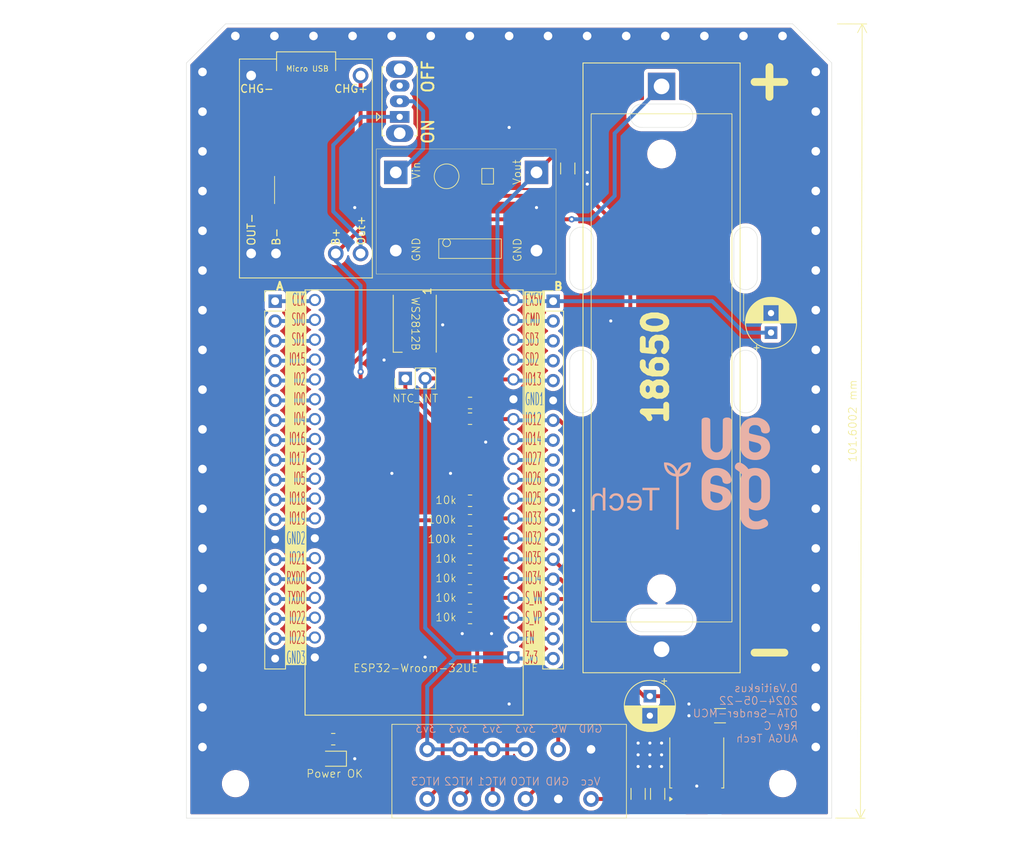
<source format=kicad_pcb>
(kicad_pcb (version 20240108) (generator "pcbnew") (generator_version "8.0")
  (title_block (date "2024-05-20") (rev "C"))
  (layers (0 "F.Cu" signal) (31 "B.Cu" signal) (34 "B.Paste" user) (35 "F.Paste" user) (36 "B.SilkS" user "B.Silkscreen") (37 "F.SilkS" user "F.Silkscreen") (38 "B.Mask" user) (39 "F.Mask" user) (44 "Edge.Cuts" user))
  (net 0 "")
  (net 1 "GND")
  (net 2 "+5V")
  (net 4 "/WS_LED")
  (net 5 "/CS")
  (net 6 "/INT")
  (net 7 "/SCK")
  (net 8 "/SO")
  (net 9 "/SI")
  (net 10 "/IO4")
  (net 11 "/IO15")
  (net 12 "/IO0")
  (net 13 "/IO22")
  (net 14 "/CLK")
  (net 15 "/TXD0")
  (net 16 "/SD1")
  (net 17 "/RXD0")
  (net 18 "/IO2")
  (net 19 "/IO16")
  (net 20 "/SD0")
  (net 21 "/NTC_1")
  (net 22 "/NTC_3")
  (net 23 "/NTC_0")
  (net 24 "/NTC_2")
  (net 25 "/SD2")
  (net 26 "/IO26")
  (net 27 "/SD3")
  (net 28 "/VBat")
  (net 29 "/EN")
  (net 30 "/NTC_INT")
  (net 31 "+BATT")
  (net 32 "/IO27")
  (net 33 "/IO25")
  (net 34 "/IO14")
  (net 35 "/CMD")
  (net 36 "+3V3")
  (net 37 "VCC")
  (net 38 "Net-(SW1-C)")
  (net 39 "Net-(SW1-B)")
  (net 41 "/IO17")
  (net 42 "/Wheel_Side")
  (net 43 "Net-(D2-A)")
  (net 44 "+5C")
  (footprint "Capacitor_SMD:C_1206_3216Metric" (layer "F.Cu") (at 169 138.5 90)
    (property "Reference" "C1" (hide yes))
    (property "Value" "50V, 100nF")
  )
  (footprint "0_user_lib:DTM13-12PA-R008" (layer "F.Cu") (at 150 40)
    (property "Reference" "J6" (hide yes))
    (property "Value" "DTM13-12PA")
    (fp_line (start -41.275 5) (end -41.275 101.6) (stroke (width 0.05)) (layer "Edge.Cuts"))
    (fp_line (start -41.275 5) (end -36.275 0) (stroke (width 0.05)) (layer "Edge.Cuts"))
    (fp_line (start -41.275 101.6) (end 41.275 101.6) (stroke (width 0.05)) (layer "Edge.Cuts"))
    (fp_line (start -36.275 0) (end 36.275 0) (stroke (width 0.05)) (layer "Edge.Cuts"))
    (fp_line (start 41.275 5) (end 36.275 0) (stroke (width 0.05)) (layer "Edge.Cuts"))
    (fp_line (start 41.275 101.6) (end 41.275 5) (stroke (width 0.05)) (layer "Edge.Cuts"))
  )
  (footprint "Button_Switch_THT:SW_Slide_SPDT_Straight_CK_OS102011MS2Q" (layer "F.Cu") (at 136 51.9 90)
    (property "Reference" "SW1" (hide yes))
    (property "Value" "On-Off Switch")
  )
  (footprint "Resistor_SMD:R_0805_2012Metric" (layer "F.Cu") (at 145 103.5 180)
    (property "Reference" "R6" (hide yes))
    (property "Value" "100K")
  )
  (footprint "0_user_lib:DCDC_StepUp" (layer "F.Cu") (at 144.5 64 90)
    (property "Reference" "U3" (hide yes))
    (property "Value" "DC/DC Module")
  )
  (footprint "Capacitor_SMD:C_1206_3216Metric" (layer "F.Cu") (at 176.975 128.5 180)
    (property "Reference" "C2" (hide yes))
    (property "Value" "50V, 100nF")
  )
  (footprint "Resistor_SMD:R_0805_2012Metric" (layer "F.Cu") (at 145 90.5 180)
    (property "Reference" "R9" (hide yes))
    (property "Value" "100K")
  )
  (footprint "Capacitor_THT:CP_Radial_D6.3mm_P2.50mm" (layer "F.Cu") (at 168 126 -90)
    (property "Reference" "C6" (hide yes))
    (property "Value" "10V, 220uF")
  )
  (footprint "Capacitor_THT:CP_Radial_D6.3mm_P2.50mm" (layer "F.Cu") (at 183.5 79.5 90)
    (property "Reference" "C3" (hide yes))
    (property "Value" "10V, 220uF")
  )
  (footprint "Connector_PinHeader_2.54mm:PinHeader_1x19_P2.54mm_Vertical" (layer "F.Cu") (at 120.0676 75.4716)
    (property "Reference" "J2" (hide yes))
    (property "Value" "Header A")
  )
  (footprint "Resistor_SMD:R_0805_2012Metric" (layer "F.Cu") (at 145 106)
    (property "Reference" "R7" (hide yes))
    (property "Value" "100K")
  )
  (footprint "Resistor_SMD:R_0805_2012Metric" (layer "F.Cu") (at 145 113.5 180)
    (property "Reference" "R3" (hide yes))
    (property "Value" "10K")
  )
  (footprint "Battery:BatteryHolder_MPD_BH-18650-PC2" (layer "F.Cu") (at 169.5 48 -90)
    (property "Reference" "BT1" (hide yes))
    (property "Value" "18650_Li-Ion_cell")
  )
  (footprint "Capacitor_SMD:C_1206_3216Metric" (layer "F.Cu") (at 157.5 58.5 -90)
    (property "Reference" "C4" (hide yes))
    (property "Value" "50V, 100nF")
  )
  (footprint "Resistor_SMD:R_0805_2012Metric" (layer "F.Cu") (at 145 88.5 180)
    (property "Reference" "R12" (hide yes))
    (property "Value" "100K")
  )
  (footprint "Resistor_SMD:R_0805_2012Metric" (layer "F.Cu") (at 145 111 180)
    (property "Reference" "R2" (hide yes))
    (property "Value" "10K")
  )
  (footprint "Capacitor_SMD:C_1206_3216Metric" (layer "F.Cu") (at 166.5 138.5 90)
    (property "Reference" "C5" (hide yes))
    (property "Value" "50V, 100nF")
  )
  (footprint "LED_SMD:LED_0805_2012Metric" (layer "F.Cu") (at 127.5 134 180)
    (property "Reference" "D2" (hide yes))
    (property "Value" "Power_OK")
  )
  (footprint "Resistor_SMD:R_0805_2012Metric" (layer "F.Cu") (at 145 116 180)
    (property "Reference" "R4" (hide yes))
    (property "Value" "10K")
  )
  (footprint "0_user_lib:TP4056-Module" (layer "F.Cu") (at 124 58.5 180)
    (property "Reference" "U2" (hide yes))
    (property "Value" "TP4056 Module")
  )
  (footprint "Package_TO_SOT_SMD:TO-252-2" (layer "F.Cu") (at 174.0025 134.435 90)
    (property "Reference" "U4" (hide yes))
    (property "Value" "LM7805_TO220")
  )
  (footprint "Resistor_SMD:R_0805_2012Metric" (layer "F.Cu") (at 127.5 131.5)
    (property "Reference" "R8" (hide yes))
    (property "Value" "680")
  )
  (footprint "Connector_PinHeader_2.54mm:PinHeader_1x19_P2.54mm_Vertical" (layer "F.Cu") (at 155.6276 75.4716)
    (property "Reference" "J7" (hide yes))
    (property "Value" "Header B")
  )
  (footprint "Resistor_SMD:R_0805_2012Metric" (layer "F.Cu") (at 145 108.5 180)
    (property "Reference" "R1" (hide yes))
    (property "Value" "10K")
  )
  (footprint "Resistor_SMD:R_0805_2012Metric" (layer "F.Cu") (at 145 101 180)
    (property "Reference" "R5" (hide yes))
    (property "Value" "10K")
  )
  (footprint "LED_SMD:LED_WS2812B_PLCC4_5.0x5.0mm_P3.2mm" (layer "F.Cu") (at 137.928 78.354 -90)
    (property "Reference" "D1" (hide yes))
    (property "Value" "WS2812B")
  )
  (footprint "0_user_lib:MODULE_ESP32-DEVKITC-32D" (layer "F.Cu") (at 137.8476 101.28 180)
    (property "Reference" "U1" (hide yes))
    (property "Value" "ESP32-DEVKITC-32D")
  )
  (footprint "Connector_PinHeader_2.54mm:PinHeader_1x02_P2.54mm_Vertical" (layer "F.Cu") (at 136.725 85.354 90)
    (property "Reference" "J4" (hide yes))
    (property "Value" "NTC_Internal	")
  )
  (footprint "0_user_lib:AUGA-Tech-footprint" (layer "B.Cu") (at 172 97.5 180)
    (property "Reference" "G1" (hide yes))
    (property "Value" "AUGA-Tech-LOGO" (hide yes))
  )
  (gr_line (start 180 74.5) (end 180 78) (stroke (width 0.1)) (layer "F.SilkS"))
  (gr_rect (start 160.5 51.5) (end 178.5 116.5) (stroke (width 0.1)) (fill none) (layer "F.SilkS"))
  (gr_line (start 120 59.5) (end 120 63) (stroke (width 0.1)) (layer "F.SilkS"))
  (gr_arc (start 160.75 72.5) (mid 159.25 74) (end 157.75 72.5) (stroke (width 0.05)) (layer "Edge.Cuts"))
  (gr_line (start 167 53.25) (end 172 53.25) (stroke (width 0.05)) (layer "Edge.Cuts"))
  (gr_arc (start 172 114.75) (mid 173.5 116.25) (end 172 117.75) (stroke (width 0.05)) (layer "Edge.Cuts"))
  (gr_line (start 167 50.25) (end 172 50.25) (stroke (width 0.05)) (layer "Edge.Cuts"))
  (gr_line (start 157.75 67.5) (end 157.75 72.5) (stroke (width 0.05)) (layer "Edge.Cuts"))
  (gr_arc (start 178.75 83.25) (mid 180.25 81.75) (end 181.75 83.25) (stroke (width 0.05)) (layer "Edge.Cuts"))
  (gr_line (start 157.75 83.25) (end 157.75 88.25) (stroke (width 0.05)) (layer "Edge.Cuts"))
  (gr_line (start 181.75 83.25) (end 181.75 88.25) (stroke (width 0.05)) (layer "Edge.Cuts"))
  (gr_line (start 167 114.75) (end 172 114.75) (stroke (width 0.05)) (layer "Edge.Cuts"))
  (gr_arc (start 160.75 88.25) (mid 159.25 89.75) (end 157.75 88.25) (stroke (width 0.05)) (layer "Edge.Cuts"))
  (gr_line (start 167 117.75) (end 172 117.75) (stroke (width 0.05)) (layer "Edge.Cuts"))
  (gr_line (start 181.75 67.5) (end 181.75 72.5) (stroke (width 0.05)) (layer "Edge.Cuts"))
  (gr_arc (start 178.75 67.5) (mid 180.25 66) (end 181.75 67.5) (stroke (width 0.05)) (layer "Edge.Cuts"))
  (gr_arc (start 157.75 67.5) (mid 159.25 66) (end 160.75 67.5) (stroke (width 0.05)) (layer "Edge.Cuts"))
  (gr_line (start 178.75 83.25) (end 178.75 88.25) (stroke (width 0.05)) (layer "Edge.Cuts"))
  (gr_arc (start 172 50.25) (mid 173.5 51.75) (end 172 53.25) (stroke (width 0.05)) (layer "Edge.Cuts"))
  (gr_arc (start 181.75 88.25) (mid 180.25 89.75) (end 178.75 88.25) (stroke (width 0.05)) (layer "Edge.Cuts"))
  (gr_line (start 178.75 67.5) (end 178.75 72.5) (stroke (width 0.05)) (layer "Edge.Cuts"))
  (gr_arc (start 167 117.75) (mid 165.5 116.25) (end 167 114.75) (stroke (width 0.05)) (layer "Edge.Cuts"))
  (gr_line (start 160.75 67.5) (end 160.75 72.5) (stroke (width 0.05)) (layer "Edge.Cuts"))
  (gr_arc (start 157.75 83.25) (mid 159.25 81.75) (end 160.75 83.25) (stroke (width 0.05)) (layer "Edge.Cuts"))
  (gr_line (start 160.75 83.25) (end 160.75 88.25) (stroke (width 0.05)) (layer "Edge.Cuts"))
  (gr_arc (start 167 53.25) (mid 165.5 51.75) (end 167 50.25) (stroke (width 0.05)) (layer "Edge.Cuts"))
  (gr_arc (start 181.75 72.5) (mid 180.25 74) (end 178.75 72.5) (stroke (width 0.05)) (layer "Edge.Cuts"))
  (gr_text "NTC3" (at 141.25 137.5 0) (layer "B.SilkS") (effects (font (size 1 1) (thickness 0.1)) (justify left bottom mirror)))
  (gr_text "NTC1" (at 149.75 137.5 0) (layer "B.SilkS") (effects (font (size 1 1) (thickness 0.1)) (justify left bottom mirror)))
  (gr_text "GND" (at 157.75 137.5 0) (layer "B.SilkS") (effects (font (size 1 1) (thickness 0.1)) (justify left bottom mirror)))
  (gr_text "3v3" (at 153.5 130.75 -0) (layer "B.SilkS") (effects (font (size 1 1) (thickness 0.1)) (justify left bottom mirror)))
  (gr_text "3v3" (at 140.75 130.75 -0) (layer "B.SilkS") (effects (font (size 1 1) (thickness 0.1)) (justify left bottom mirror)))
  (gr_text "3v3" (at 145 130.75 -0) (layer "B.SilkS") (effects (font (size 1 1) (thickness 0.1)) (justify left bottom mirror)))
  (gr_text "3v3" (at 149.25 130.75 -0) (layer "B.SilkS") (effects (font (size 1 1) (thickness 0.1)) (justify left bottom mirror)))
  (gr_text "GND" (at 162 130.75 0) (layer "B.SilkS") (effects (font (size 1 1) (thickness 0.1)) (justify left bottom mirror)))
  (gr_text "NTC0" (at 154 137.5 0) (layer "B.SilkS") (effects (font (size 1 1) (thickness 0.1)) (justify left bottom mirror)))
  (gr_text "NTC2" (at 145.5 137.5 0) (layer "B.SilkS") (effects (font (size 1 1) (thickness 0.1)) (justify left bottom mirror)))
  (gr_text "D.Vaitiekus\n2024-05-22\nOTA-Sender-MCU\nRev C\nAUGA Tech" (at 187 132 0) (layer "B.SilkS") (effects (font (size 1 1) (thickness 0.1)) (justify left bottom mirror)))
  (gr_text "WS" (at 157.5 130.75 0) (layer "B.SilkS") (effects (font (size 1 1) (thickness 0.1)) (justify left bottom mirror)))
  (gr_text "Vcc" (at 161.75 137.5 0) (layer "B.SilkS") (effects (font (size 1 1) (thickness 0.1)) (justify left bottom mirror)))
  (gr_text "10k" (at 140.5 111.5 0) (layer "F.SilkS") (effects (font (size 1 1) (thickness 0.1)) (justify left bottom)))
  (gr_text "CLK\nSD0\nSD1\nIO15\nIO2\nIO0\nIO4\nIO16\nIO17\nIO5\nIO18\nIO19\nGND2\nIO21\nRXDO\nTXDO\nIO22\nIO23\nGND3" (at 124 122 0) (layer "F.SilkS" knockout) (effects (font (size 1.58 0.6) (thickness 0.1)) (justify right bottom)))
  (gr_text "100k" (at 139.5 106.5 0) (layer "F.SilkS") (effects (font (size 1 1) (thickness 0.1)) (justify left bottom)))
  (gr_text "10k" (at 140.5 116.5 0) (layer "F.SilkS") (effects (font (size 1 1) (thickness 0.1)) (justify left bottom)))
  (gr_text "WS2812B" (at 137.428 74.854 -90) (layer "F.SilkS") (effects (font (size 1 1) (thickness 0.1)) (justify left bottom)))
  (gr_text "100k" (at 139.5 104 0) (layer "F.SilkS") (effects (font (size 1 1) (thickness 0.1)) (justify left bottom)))
  (gr_text "ON" (at 140.5 55.5 90) (layer "F.SilkS") (effects (font (size 1.5 1.5) (thickness 0.25) (bold yes)) (justify left bottom)))
  (gr_text "OFF" (at 140.5 44.5 90) (layer "F.SilkS") (effects (font (size 1.5 1.5) (thickness 0.25) (bold yes)) (justify right bottom)))
  (gr_text "A" (at 120.0676 74.1416 0) (layer "F.SilkS") (effects (font (size 1 1) (thickness 0.25) (bold yes)) (justify left bottom)))
  (gr_text "-" (at 179.55 123 0) (layer "F.SilkS") (effects (font (size 5 5) (thickness 1) (bold yes)) (justify left bottom)))
  (gr_text "10k" (at 140.5 114 0) (layer "F.SilkS") (effects (font (size 1 1) (thickness 0.1)) (justify left bottom)))
  (gr_text "10k" (at 140.5 109 0) (layer "F.SilkS") (effects (font (size 1 1) (thickness 0.1)) (justify left bottom)))
  (gr_text "Power OK" (at 124 136.5 0) (layer "F.SilkS") (effects (font (size 1 1) (thickness 0.1)) (justify left bottom)))
  (gr_text "10k" (at 140.5 101.5 0) (layer "F.SilkS") (effects (font (size 1 1) (thickness 0.1)) (justify left bottom)))
  (gr_text "ESP32-Wroom-32UE" (at 130 123 0) (layer "F.SilkS") (effects (font (size 1 1) (thickness 0.1)) (justify left bottom)))
  (gr_text "NTC_INT" (at 135 88.5 0) (layer "F.SilkS") (effects (font (size 1 1) (thickness 0.1)) (justify left bottom)))
  (gr_text "B" (at 155.6276 74.1416 0) (layer "F.SilkS") (effects (font (size 1 1) (thickness 0.25) (bold yes)) (justify left bottom)))
  (gr_text "+" (at 179.55 50 0) (layer "F.SilkS") (effects (font (size 5 5) (thickness 1) (bold yes)) (justify left bottom)))
  (gr_text "EX5V\nCMD\nSD3\nSD2\nIO13\nGND1\nIO12\nIO14\nIO27\nIO26\nIO25\nIO33\nIO32\nIO35\nIO34\nS_VN\nS_VP\nEN\n3v3" (at 152 122 0) (layer "F.SilkS" knockout) (effects (font (size 1.58 0.6) (thickness 0.1)) (justify left bottom)))
  (gr_text "18650" (at 170.5 91.5 90) (layer "F.SilkS") (effects (font (size 3 3) (thickness 0.75) (bold yes)) (justify left bottom)))
  (dimension (type aligned) (layer "F.SilkS") (pts (xy 191.275 141.6) (xy 191.5 40)) (height 3.662067) (gr_text "101.6002 mm" (at 193.949561 90.805674 89.87311487) (layer "F.SilkS") (effects (font (size 1 1) (thickness 0.1)))) (format (prefix "") (suffix "") (units 3) (units_format 1) (precision 4)) (style (thickness 0.1) (arrow_length 1.27) (text_position_mode 0) (extension_height 0.58642) (extension_offset 0.5) keep_text_aligned))
  (via (at 130.25 63.5) (size 0.8) (drill 0.4) (layers "F.Cu" "B.Cu") (net 1))
  (via (at 168 135) (size 0.8) (drill 0.4) (layers "F.Cu" "B.Cu") (net 1))
  (via (at 141.5 78.5) (size 0.8) (drill 0.4) (layers "F.Cu" "B.Cu") (net 1))
  (via (at 166.5 135) (size 0.8) (drill 0.4) (layers "F.Cu" "B.Cu") (net 1))
  (via (at 134 83) (size 0.8) (drill 0.4) (layers "F.Cu" "B.Cu") (net 1))
  (via (at 160 60.5) (size 0.8) (drill 0.4) (layers "F.Cu" "B.Cu") (net 1))
  (via (at 168 132) (size 0.8) (drill 0.4) (layers "F.Cu" "B.Cu") (net 1))
  (via (at 135 97.5) (size 0.8) (drill 0.4) (layers "F.Cu" "B.Cu") (net 1))
  (via (at 158.25 102.25) (size 0.8) (drill 0.4) (layers "F.Cu" "B.Cu") (net 1))
  (via (at 150 127) (size 0.8) (drill 0.4) (layers "F.Cu" "B.Cu") (net 1))
  (via (at 142.5 97.5) (size 0.8) (drill 0.4) (layers "F.Cu" "B.Cu") (net 1))
  (via (at 147.75 118) (size 0.8) (drill 0.4) (layers "F.Cu" "B.Cu") (net 1))
  (via (at 173 127) (size 0.8) (drill 0.4) (layers "F.Cu" "B.Cu") (net 1))
  (via (at 130.25 134) (size 0.8) (drill 0.4) (layers "F.Cu" "B.Cu") (net 1))
  (via (at 160 59) (size 0.8) (drill 0.4) (layers "F.Cu" "B.Cu") (net 1))
  (via (at 147 93.5) (size 0.8) (drill 0.4) (layers "F.Cu" "B.Cu") (net 1))
  (via (at 166.5 132) (size 0.8) (drill 0.4) (layers "F.Cu" "B.Cu") (net 1))
  (via (at 169.5 132) (size 0.8) (drill 0.4) (layers "F.Cu" "B.Cu") (net 1))
  (via (at 169.5 133.5) (size 0.8) (drill 0.4) (layers "F.Cu" "B.Cu") (net 1))
  (via (at 144 118) (size 0.8) (drill 0.4) (layers "F.Cu" "B.Cu") (net 1))
  (via (at 150 53.25) (size 0.8) (drill 0.4) (layers "F.Cu" "B.Cu") (net 1))
  (via (at 153.5 63.5) (size 0.8) (drill 0.4) (layers "F.Cu" "B.Cu") (net 1))
  (via (at 139.25 121) (size 0.8) (drill 0.4) (layers "F.Cu" "B.Cu") (net 1))
  (via (at 163 78) (size 0.8) (drill 0.4) (layers "F.Cu" "B.Cu") (net 1))
  (via (at 166.5 133.5) (size 0.8) (drill 0.4) (layers "F.Cu" "B.Cu") (net 1))
  (via (at 174 137.5) (size 0.8) (drill 0.4) (layers "F.Cu" "B.Cu") (net 1))
  (via (at 168 133.5) (size 0.8) (drill 0.4) (layers "F.Cu" "B.Cu") (net 1))
  (via (at 169.5 135) (size 0.8) (drill 0.4) (layers "F.Cu" "B.Cu") (net 1))
  (via (at 173 128.5) (size 0.8) (drill 0.4) (layers "F.Cu" "B.Cu") (net 1))
  (segment (start 120.0676 121.1916) (end 125.1476 121.1916) (width 0.5) (layer "B.Cu") (net 1))
  (segment (start 155.6276 88.1716) (end 150.5476 88.1716) (width 0.5) (layer "B.Cu") (net 1))
  (segment (start 129.825 130.0875) (end 129.825 83.675) (width 0.5) (layer "F.Cu") (net 2))
  (segment (start 129.825 83.675) (end 134.5 79) (width 0.5) (layer "F.Cu") (net 2))
  (segment (start 139.578 76.413) (end 139.578 75.904) (width 0.5) (layer "F.Cu") (net 2))
  (segment (start 134.5 79) (end 136.991 79) (width 0.5) (layer "F.Cu") (net 2))
  (segment (start 155.475 57.025) (end 153.5 59) (width 0.5) (layer "F.Cu") (net 2))
  (segment (start 157.5 57.025) (end 155.475 57.025) (width 0.5) (layer "F.Cu") (net 2))
  (segment (start 136.991 79) (end 139.578 76.413) (width 0.5) (layer "F.Cu") (net 2))
  (segment (start 140.162 75.32) (end 139.578 75.904) (width 0.5) (layer "F.Cu") (net 2))
  (segment (start 150.5476 75.32) (end 140.162 75.32) (width 0.5) (layer "F.Cu") (net 2))
  (segment (start 128.4125 131.5) (end 129.825 130.0875) (width 0.5) (layer "F.Cu") (net 2))
  (segment (start 154 59) (end 153.5 59) (width 0.5) (layer "B.Cu") (net 2))
  (segment (start 150.5476 75.4716) (end 155.6276 75.4716) (width 0.5) (layer "B.Cu") (net 2))
  (segment (start 148.5 73.2724) (end 150.5476 75.32) (width 0.5) (layer "B.Cu") (net 2))
  (segment (start 183.5 79.5) (end 180 79.5) (width 0.5) (layer "B.Cu") (net 2))
  (segment (start 175.9716 75.4716) (end 155.6276 75.4716) (width 0.5) (layer "B.Cu") (net 2))
  (segment (start 148.5 64) (end 148.5 73.2724) (width 0.5) (layer "B.Cu") (net 2))
  (segment (start 153.5 59) (end 148.5 64) (width 0.5) (layer "B.Cu") (net 2))
  (segment (start 180 79.5) (end 175.9716 75.4716) (width 0.5) (layer "B.Cu") (net 2))
  (segment (start 144.48 85.48) (end 139.804 80.804) (width 0.5) (layer "F.Cu") (net 4))
  (segment (start 139.804 80.804) (end 139.578 80.804) (width 0.5) (layer "F.Cu") (net 4))
  (segment (start 150.5476 85.48) (end 144.48 85.48) (width 0.5) (layer "F.Cu") (net 4))
  (segment (start 150.5476 85.6316) (end 155.6276 85.6316) (width 0.5) (layer "B.Cu") (net 4))
  (segment (start 120.0676 98.3316) (end 125.1476 98.3316) (width 0.5) (layer "B.Cu") (net 5))
  (segment (start 125.1476 108.4916) (end 120.0676 108.4916) (width 0.5) (layer "B.Cu") (net 6))
  (segment (start 125.1476 100.8716) (end 120.0676 100.8716) (width 0.5) (layer "B.Cu") (net 7))
  (segment (start 120.0676 103.4116) (end 125.1476 103.4116) (width 0.5) (layer "B.Cu") (net 8))
  (segment (start 125.1476 118.6516) (end 120.0676 118.6516) (width 0.5) (layer "B.Cu") (net 9))
  (segment (start 125.1476 90.7116) (end 120.0676 90.7116) (width 0.5) (layer "B.Cu") (net 10))
  (segment (start 125.1476 83.0916) (end 120.0676 83.0916) (width 0.5) (layer "B.Cu") (net 11))
  (segment (start 120.0676 88.1716) (end 125.1476 88.1716) (width 0.5) (layer "B.Cu") (net 12))
  (segment (start 120.0676 116.1116) (end 125.1476 116.1116) (width 0.5) (layer "B.Cu") (net 13))
  (segment (start 120.0676 75.4716) (end 125.1476 75.4716) (width 0.5) (layer "B.Cu") (net 14))
  (segment (start 125.1476 113.5716) (end 120.0676 113.5716) (width 0.5) (layer "B.Cu") (net 15))
  (segment (start 120.0676 80.5516) (end 125.1476 80.5516) (width 0.5) (layer "B.Cu") (net 16))
  (segment (start 120.0676 111.0316) (end 125.1476 111.0316) (width 0.5) (layer "B.Cu") (net 17))
  (segment (start 120.0676 85.6316) (end 125.1476 85.6316) (width 0.5) (layer "B.Cu") (net 18))
  (segment (start 120.0676 93.2516) (end 125.1476 93.2516) (width 0.5) (layer "B.Cu") (net 19))
  (segment (start 125.1476 78.0116) (end 120.0676 78.0116) (width 0.5) (layer "B.Cu") (net 20))
  (segment (start 147.9 136.85) (end 149.75 135) (width 0.5) (layer "F.Cu") (net 21))
  (segment (start 147.9 139.15) (end 147.9 136.85) (width 0.5) (layer "F.Cu") (net 21))
  (segment (start 158.75 126.25) (end 158.75 113.202) (width 0.5) (layer "F.Cu") (net 21))
  (segment (start 149.75 135) (end 149.75 132) (width 0.5) (layer "F.Cu") (net 21))
  (segment (start 149.75 132) (end 151.5 130.25) (width 0.5) (layer "F.Cu") (net 21))
  (segment (start 146.0325 110.88) (end 145.9125 111) (width 0.5) (layer "F.Cu") (net 21))
  (segment (start 150.5476 110.88) (end 146.0325 110.88) (width 0.5) (layer "F.Cu") (net 21))
  (segment (start 158.75 113.202) (end 156.5796 111.0316) (width 0.5) (layer "F.Cu") (net 21))
  (segment (start 156.5796 111.0316) (end 155.6276 111.0316) (width 0.5) (layer "F.Cu") (net 21))
  (segment (start 151.5 130.25) (end 154.75 130.25) (width 0.5) (layer "F.Cu") (net 21))
  (segment (start 154.75 130.25) (end 158.75 126.25) (width 0.5) (layer "F.Cu") (net 21))
  (segment (start 150.5476 111.0316) (end 155.6276 111.0316) (width 0.5) (layer "B.Cu") (net 21))
  (segment (start 141.5 137.17) (end 139.52 139.15) (width 0.5) (layer "F.Cu") (net 22))
  (segment (start 145.9525 115.96) (end 145.9125 116) (width 0.5) (layer "F.Cu") (net 22))
  (segment (start 141.5 128.75) (end 141.5 137.17) (width 0.5) (layer "F.Cu") (net 22))
  (segment (start 145.9125 116) (end 145.9125 124.3375) (width 0.5) (layer "F.Cu") (net 22))
  (segment (start 145.9125 124.3375) (end 141.5 128.75) (width 0.5) (layer "F.Cu") (net 22))
  (segment (start 150.5476 115.96) (end 145.9525 115.96) (width 0.5) (layer "F.Cu") (net 22))
  (segment (start 155.6276 116.1116) (end 150.5476 116.1116) (width 0.5) (layer "B.Cu") (net 22))
  (segment (start 145.9125 108.5) (end 150.3876 108.5) (width 0.5) (layer "F.Cu") (net 23))
  (segment (start 154.25 137) (end 154.25 131.73995) (width 0.5) (layer "F.Cu") (net 23))
  (segment (start 159.5 126.48995) (end 159.5 112.364) (width 0.5) (layer "F.Cu") (net 23))
  (segment (start 159.5 112.364) (end 155.6276 108.4916) (width 0.5) (layer "F.Cu") (net 23))
  (segment (start 150.3876 108.5) (end 150.5476 108.34) (width 0.5) (layer "F.Cu") (net 23))
  (segment (start 152.1 139.15) (end 154.25 137) (width 0.5) (layer "F.Cu") (net 23))
  (segment (start 154.25 131.73995) (end 159.5 126.48995) (width 0.5) (layer "F.Cu") (net 23))
  (segment (start 155.6276 108.4916) (end 150.5476 108.4916) (width 0.5) (layer "B.Cu") (net 23))
  (segment (start 145.75 132) (end 145.75 137.11) (width 0.5) (layer "F.Cu") (net 24))
  (segment (start 155.6276 113.5716) (end 157.3216 113.5716) (width 0.5) (layer "F.Cu") (net 24))
  (segment (start 148.75 129) (end 145.75 132) (width 0.5) (layer "F.Cu") (net 24))
  (segment (start 145.9925 113.42) (end 145.9125 113.5) (width 0.5) (layer "F.Cu") (net 24))
  (segment (start 157.3216 113.5716) (end 158 114.25) (width 0.5) (layer "F.Cu") (net 24))
  (segment (start 158 114.25) (end 158 125.75) (width 0.5) (layer "F.Cu") (net 24))
  (segment (start 154.75 129) (end 148.75 129) (width 0.5) (layer "F.Cu") (net 24))
  (segment (start 150.5476 113.42) (end 145.9925 113.42) (width 0.5) (layer "F.Cu") (net 24))
  (segment (start 158 125.75) (end 154.75 129) (width 0.5) (layer "F.Cu") (net 24))
  (segment (start 145.75 137.11) (end 143.71 139.15) (width 0.5) (layer "F.Cu") (net 24))
  (segment (start 150.5476 113.5716) (end 155.6276 113.5716) (width 0.5) (layer "B.Cu") (net 24))
  (segment (start 155.6276 83.0916) (end 150.5476 83.0916) (width 0.5) (layer "B.Cu") (net 25))
  (segment (start 155.6276 98.3316) (end 150.5476 98.3316) (width 0.5) (layer "B.Cu") (net 26))
  (segment (start 150.5476 80.5516) (end 155.6276 80.5516) (width 0.5) (layer "B.Cu") (net 27))
  (segment (start 150.5476 105.8) (end 146.1125 105.8) (width 0.5) (layer "F.Cu") (net 28))
  (segment (start 145.9125 103.5) (end 145.9125 106) (width 0.5) (layer "F.Cu") (net 28))
  (segment (start 146.1125 105.8) (end 145.9125 106) (width 0.5) (layer "F.Cu") (net 28))
  (segment (start 150.3476 106) (end 150.5476 105.8) (width 0.5) (layer "F.Cu") (net 28))
  (segment (start 150.5476 105.9516) (end 155.6276 105.9516) (width 0.5) (layer "B.Cu") (net 28))
  (segment (start 150.5476 118.6516) (end 155.6276 118.6516) (width 0.5) (layer "B.Cu") (net 29))
  (segment (start 145.9125 101) (end 145.9125 95.9125) (width 0.5) (layer "F.Cu") (net 30))
  (segment (start 145.9125 101) (end 146.5 101) (width 0.5) (layer "F.Cu") (net 30))
  (segment (start 136.725 86.725) (end 136.725 85.354) (width 0.5) (layer "F.Cu") (net 30))
  (segment (start 146.5 101) (end 148.76 103.26) (width 0.5) (layer "F.Cu") (net 30))
  (segment (start 148.76 103.26) (end 150.5476 103.26) (width 0.5) (layer "F.Cu") (net 30))
  (segment (start 145.9125 95.9125) (end 136.725 86.725) (width 0.5) (layer "F.Cu") (net 30))
  (segment (start 155.6276 103.4116) (end 150.5476 103.4116) (width 0.5) (layer "B.Cu") (net 30))
  (segment (start 158 65) (end 132.1939 65) (width 0.5) (layer "F.Cu") (net 31))
  (segment (start 132.1939 65) (end 127.8227 69.3712) (width 0.5) (layer "F.Cu") (net 31))
  (segment (start 134.5 103.5) (end 144.0875 103.5) (width 0.5) (layer "F.Cu") (net 31))
  (segment (start 131 100) (end 134.5 103.5) (width 0.5) (layer "F.Cu") (net 31))
  (segment (start 131 84.5) (end 131 100) (width 0.5) (layer "F.Cu") (net 31))
  (via (at 131 84.5) (size 0.8) (drill 0.4) (layers "F.Cu" "B.Cu") (net 31))
  (via (at 158 65) (size 0.8) (drill 0.4) (layers "F.Cu" "B.Cu") (net 31))
  (segment (start 158 65) (end 160.5 65) (width 0.5) (layer "B.Cu") (net 31))
  (segment (start 131 84.5) (end 131 73.5) (width 0.5) (layer "B.Cu") (net 31))
  (segment (start 163.5 54) (end 169.5 48) (width 0.5) (layer "B.Cu") (net 31))
  (segment (start 127.8227 70.3227) (end 127.8227 69.3712) (width 0.5) (layer "B.Cu") (net 31))
  (segment (start 163.5 62) (end 163.5 54) (width 0.5) (layer "B.Cu") (net 31))
  (segment (start 131 73.5) (end 127.8227 70.3227) (width 0.5) (layer "B.Cu") (net 31))
  (segment (start 160.5 65) (end 163.5 62) (width 0.5) (layer "B.Cu") (net 31))
  (segment (start 150.5476 95.7916) (end 155.6276 95.7916) (width 0.5) (layer "B.Cu") (net 32))
  (segment (start 150.5476 100.8716) (end 155.6276 100.8716) (width 0.5) (layer "B.Cu") (net 33))
  (segment (start 155.6276 93.2516) (end 150.5476 93.2516) (width 0.5) (layer "B.Cu") (net 34))
  (segment (start 155.6276 78.0116) (end 150.5476 78.0116) (width 0.5) (layer "B.Cu") (net 35))
  (segment (start 139.52 132.52) (end 139.5 132.5) (width 0.5) (layer "F.Cu") (net 36))
  (segment (start 144.0875 88.5) (end 144.0875 90.5) (width 0.5) (layer "F.Cu") (net 36))
  (segment (start 144.0875 88.5) (end 144.0875 87.0875) (width 0.5) (layer "F.Cu") (net 36))
  (segment (start 139.52 132.8) (end 139.52 132.52) (width 0.5) (layer "F.Cu") (net 36))
  (segment (start 144.0875 87.0875) (end 142.354 85.354) (width 0.5) (layer "F.Cu") (net 36))
  (segment (start 142.354 85.354) (end 139.265 85.354) (width 0.5) (layer "F.Cu") (net 36))
  (segment (start 139.52 124.73) (end 143.21 121.04) (width 0.5) (layer "B.Cu") (net 36))
  (segment (start 139.52 132.8) (end 143.72 132.8) (width 0.5) (layer "B.Cu") (net 36))
  (segment (start 150.5476 121.04) (end 143.04 121.04) (width 0.5) (layer "B.Cu") (net 36))
  (segment (start 152.1 132.8) (end 152.1 132.6) (width 0.5) (layer "B.Cu") (net 36))
  (segment (start 139.265 117.265) (end 139.265 85.354) (width 0.5) (layer "B.Cu") (net 36))
  (segment (start 143.21 121.04) (end 150.5476 121.04) (width 0.5) (layer "B.Cu") (net 36))
  (segment (start 155.6276 121.1916) (end 150.5476 121.1916) (width 0.5) (layer "B.Cu") (net 36))
  (segment (start 143.04 121.04) (end 139.265 117.265) (width 0.5) (layer "B.Cu") (net 36))
  (segment (start 143.72 132.8) (end 147.9 132.8) (width 0.5) (layer "B.Cu") (net 36))
  (segment (start 139.52 132.8) (end 139.52 124.73) (width 0.5) (layer "B.Cu") (net 36))
  (segment (start 152.1 132.8) (end 147.9 132.8) (width 0.5) (layer "B.Cu") (net 36))
  (segment (start 171.7225 139.475) (end 171.2225 139.975) (width 0.5) (layer "F.Cu") (net 37))
  (segment (start 162.65 139.15) (end 160.48 139.15) (width 0.5) (layer "F.Cu") (net 37))
  (segment (start 171.2225 139.975) (end 169 139.975) (width 0.5) (layer "F.Cu") (net 37))
  (segment (start 166.475 140) (end 163.5 140) (width 0.5) (layer "F.Cu") (net 37))
  (segment (start 163.5 140) (end 162.65 139.15) (width 0.5) (layer "F.Cu") (net 37))
  (segment (start 166.5 139.975) (end 166.475 140) (width 0.5) (layer "F.Cu") (net 37))
  (segment (start 169 139.975) (end 166.5 139.975) (width 0.5) (layer "F.Cu") (net 37))
  (segment (start 139 51.15) (end 139 56) (width 0.5) (layer "B.Cu") (net 38))
  (segment (start 136 49.9) (end 137.75 49.9) (width 0.5) (layer "B.Cu") (net 38))
  (segment (start 136 59) (end 135.5 59) (width 0.5) (layer "B.Cu") (net 38))
  (segment (start 137.75 49.9) (end 139 51.15) (width 0.5) (layer "B.Cu") (net 38))
  (segment (start 139 56) (end 136 59) (width 0.5) (layer "B.Cu") (net 38))
  (segment (start 130.9977 69.3712) (end 130.9977 67.4977) (width 0.5) (layer "B.Cu") (net 39))
  (segment (start 127.5 55.5) (end 131.1 51.9) (width 0.5) (layer "B.Cu") (net 39))
  (segment (start 127.5 64) (end 127.5 55.5) (width 0.5) (layer "B.Cu") (net 39))
  (segment (start 131.1 51.9) (end 136 51.9) (width 0.5) (layer "B.Cu") (net 39))
  (segment (start 130.9977 67.4977) (end 127.5 64) (width 0.5) (layer "B.Cu") (net 39))
  (segment (start 125.1476 95.7916) (end 120.0676 95.7916) (width 0.5) (layer "B.Cu") (net 41))
  (segment (start 160.25 126.75) (end 160.25 94.5) (width 0.5) (layer "F.Cu") (net 42))
  (segment (start 160.25 94.5) (end 156.4616 90.7116) (width 0.5) (layer "F.Cu") (net 42))
  (segment (start 156.28 132.8) (end 156.28 130.72) (width 0.5) (layer "F.Cu") (net 42))
  (segment (start 145.9125 88.5) (end 145.9125 90.5) (width 0.5) (layer "F.Cu") (net 42))
  (segment (start 145.9725 90.56) (end 145.9125 90.5) (width 0.5) (layer "F.Cu") (net 42))
  (segment (start 156.28 130.72) (end 160.25 126.75) (width 0.5) (layer "F.Cu") (net 42))
  (segment (start 150.5476 90.56) (end 145.9725 90.56) (width 0.5) (layer "F.Cu") (net 42))
  (segment (start 156.4616 90.7116) (end 155.6276 90.7116) (width 0.5) (layer "F.Cu") (net 42))
  (segment (start 150.5476 90.7116) (end 155.6276 90.7116) (width 0.5) (layer "B.Cu") (net 42))
  (segment (start 126.5875 131.5) (end 126.5875 133.975) (width 0.5) (layer "F.Cu") (net 43))
  (segment (start 126.5875 133.975) (end 126.5625 134) (width 0.5) (layer "F.Cu") (net 43))
  (segment (start 160 62) (end 131.9954 62) (width 0.5) (layer "F.Cu") (net 44))
  (segment (start 168 126) (end 167.25 126) (width 0.5) (layer "F.Cu") (net 44))
  (segment (start 178.45 137.3075) (end 178.45 128.5) (width 0.5) (layer "F.Cu") (net 44))
  (segment (start 165.5 98) (end 165.5 67.5) (width 0.5) (layer "F.Cu") (net 44))
  (segment (start 131.9954 62) (end 130.9977 61.0023) (width 0.5) (layer "F.Cu") (net 44))
  (segment (start 161 119.75) (end 161 102.5) (width 0.5) (layer "F.Cu") (net 44))
  (segment (start 165.5 67.5) (end 160 62) (width 0.5) (layer "F.Cu") (net 44))
  (segment (start 178.45 127.45) (end 177 126) (width 0.5) (layer "F.Cu") (net 44))
  (segment (start 161 102.5) (end 165.5 98) (width 0.5) (layer "F.Cu") (net 44))
  (segment (start 177 126) (end 168 126) (width 0.5) (layer "F.Cu") (net 44))
  (segment (start 176.2825 139.475) (end 178.45 137.3075) (width 0.5) (layer "F.Cu") (net 44))
  (segment (start 178.45 128.5) (end 178.45 127.45) (width 0.5) (layer "F.Cu") (net 44))
  (segment (start 167.25 126) (end 161 119.75) (width 0.5) (layer "F.Cu") (net 44))
  (segment (start 130.9977 61.0023) (end 130.9977 46.6128) (width 0.5) (layer "F.Cu") (net 44))
  (zone (net 1) (net_name "GND") (layers "F&B.Cu") (connect_pads yes (clearance 0.5)) (min_thickness 0.25) (fill yes (thermal_gap 0.5) (thermal_bridge_width 0.5))
    (polygon (pts (xy 84.873 36.947) (xy 84.873 144.947) (xy 215.873 144.947) (xy 215.873 36.947)))
  )
)
</source>
